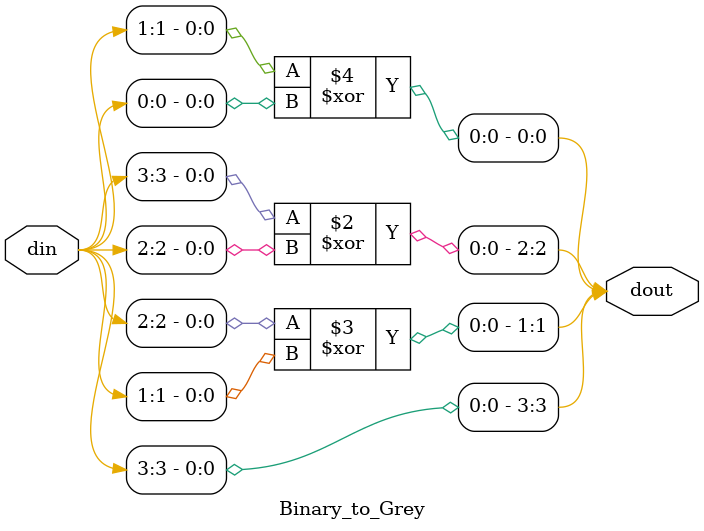
<source format=v>
`timescale 1ns/1ps

module Binary_to_Grey (din, dout);
input [4-1:0] din;
output [4-1:0] dout;

and conv3 (dout[3], din[3], din[3]);
xor conv2 (dout[2], din[3], din[2]);
xor conv1 (dout[1], din[2], din[1]);
xor conv0 (dout[0], din[1], din[0]);

endmodule

</source>
